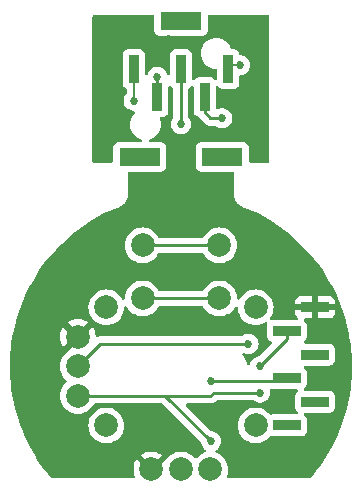
<source format=gbr>
%TF.GenerationSoftware,KiCad,Pcbnew,6.0.1-79c1e3a40b~116~ubuntu20.04.1*%
%TF.CreationDate,2022-02-08T16:17:55-05:00*%
%TF.ProjectId,gameKey-PCB-ThumbCluster,67616d65-4b65-4792-9d50-43422d546875,rev?*%
%TF.SameCoordinates,Original*%
%TF.FileFunction,Copper,L2,Bot*%
%TF.FilePolarity,Positive*%
%FSLAX46Y46*%
G04 Gerber Fmt 4.6, Leading zero omitted, Abs format (unit mm)*
G04 Created by KiCad (PCBNEW 6.0.1-79c1e3a40b~116~ubuntu20.04.1) date 2022-02-08 16:17:55*
%MOMM*%
%LPD*%
G01*
G04 APERTURE LIST*
%TA.AperFunction,WasherPad*%
%ADD10R,3.500000X1.500000*%
%TD*%
%TA.AperFunction,WasherPad*%
%ADD11C,2.000000*%
%TD*%
%TA.AperFunction,ComponentPad*%
%ADD12C,2.000000*%
%TD*%
%TA.AperFunction,SMDPad,CuDef*%
%ADD13R,0.850000X2.350000*%
%TD*%
%TA.AperFunction,SMDPad,CuDef*%
%ADD14R,2.350000X0.850000*%
%TD*%
%TA.AperFunction,ViaPad*%
%ADD15C,0.685800*%
%TD*%
%TA.AperFunction,Conductor*%
%ADD16C,0.254000*%
%TD*%
%TA.AperFunction,Conductor*%
%ADD17C,0.200000*%
%TD*%
G04 APERTURE END LIST*
D10*
%TO.P,NS1,*%
%TO.N,*%
X3500000Y17750000D03*
X-3500000Y17750000D03*
X0Y29250000D03*
%TD*%
D11*
%TO.P,JS0,*%
%TO.N,*%
X6325000Y-5000000D03*
X-6325000Y-5000000D03*
X-6325000Y5000000D03*
X6325000Y5000000D03*
D12*
%TO.P,JS0,1,GND*%
%TO.N,GND*%
X-2500000Y-8730000D03*
X-8730000Y2500000D03*
%TO.P,JS0,2,VCC*%
%TO.N,VCC*%
X2500000Y-8730000D03*
X-8730000Y-2500000D03*
%TO.P,JS0,3,RY*%
%TO.N,/JX*%
X-8730000Y0D03*
%TO.P,JS0,4,RX*%
%TO.N,/JY*%
X0Y-8730000D03*
%TO.P,JS0,5,SW-A*%
%TO.N,/JB*%
X3250000Y5750000D03*
X-3250000Y5750000D03*
%TO.P,JS0,6,SW-B*%
%TO.N,/JC*%
X3250000Y10250000D03*
X-3250000Y10250000D03*
%TD*%
D13*
%TO.P,J1,1,Pin_1*%
%TO.N,/NP*%
X-4000000Y25175000D03*
%TO.P,J1,2,Pin_2*%
%TO.N,/NW*%
X-2000000Y22825000D03*
%TO.P,J1,3,Pin_3*%
%TO.N,/NS*%
X0Y25175000D03*
%TO.P,J1,4,Pin_4*%
%TO.N,/NE*%
X2000000Y22825000D03*
%TO.P,J1,5,Pin_5*%
%TO.N,/NN*%
X4000000Y25175000D03*
%TD*%
D14*
%TO.P,J0,1,Pin_1*%
%TO.N,GND*%
X11335000Y5000000D03*
%TO.P,J0,2,Pin_2*%
%TO.N,VCC*%
X8985000Y3000000D03*
%TO.P,J0,3,Pin_3*%
%TO.N,/JX*%
X11335000Y1000000D03*
%TO.P,J0,4,Pin_4*%
%TO.N,/JY*%
X8985000Y-1000000D03*
%TO.P,J0,5,Pin_5*%
%TO.N,/JB*%
X11335000Y-3000000D03*
%TO.P,J0,6,Pin_6*%
%TO.N,/JC*%
X8985000Y-5000000D03*
%TD*%
D15*
%TO.N,GND*%
X-9525000Y8890000D03*
X-1000000Y27750000D03*
X6350000Y12065000D03*
X9525000Y-6985000D03*
X0Y18250000D03*
X-9525000Y-6985000D03*
X8890000Y8255000D03*
%TO.N,/JB*%
X11335000Y-3000000D03*
%TO.N,VCC*%
X2540000Y-6350000D03*
X6667500Y-2222500D03*
X6667500Y0D03*
%TO.N,/JY*%
X2540000Y-1270000D03*
%TO.N,/JX*%
X11335000Y1000000D03*
X5715000Y1905000D03*
%TO.N,/JC*%
X8985000Y-5000000D03*
%TO.N,/NP*%
X-4000000Y22500000D03*
%TO.N,/NW*%
X-2000000Y24500000D03*
%TO.N,/NS*%
X0Y20500000D03*
%TO.N,/NE*%
X3500000Y21000000D03*
%TO.N,/NN*%
X5000000Y25500000D03*
%TD*%
D16*
%TO.N,/JB*%
X-3250000Y5750000D02*
X3250000Y5750000D01*
%TO.N,VCC*%
X8985000Y2317500D02*
X6667500Y0D01*
X2777500Y-2222500D02*
X6667500Y-2222500D01*
X-1310000Y-2500000D02*
X2500000Y-2500000D01*
X-1310000Y-2500000D02*
X2540000Y-6350000D01*
X8985000Y3000000D02*
X8985000Y2317500D01*
X-8730000Y-2500000D02*
X-1310000Y-2500000D01*
X2500000Y-2500000D02*
X2777500Y-2222500D01*
%TO.N,/JY*%
X2540000Y-1270000D02*
X8715000Y-1270000D01*
X8715000Y-1270000D02*
X8985000Y-1000000D01*
%TO.N,/JX*%
X-8730000Y0D02*
X-6825000Y1905000D01*
X-6825000Y1905000D02*
X5715000Y1905000D01*
%TO.N,/JC*%
X-3250000Y10250000D02*
X3250000Y10250000D01*
D17*
%TO.N,/NP*%
X-4000000Y22500000D02*
X-4000000Y25175000D01*
D16*
%TO.N,/NW*%
X-2000000Y24500000D02*
X-2000000Y22825000D01*
%TO.N,/NS*%
X0Y20500000D02*
X0Y25175000D01*
%TO.N,/NE*%
X2000000Y21500000D02*
X2000000Y22825000D01*
X3500000Y21000000D02*
X2500000Y21000000D01*
X2500000Y21000000D02*
X2000000Y21500000D01*
D17*
%TO.N,/NN*%
X4325000Y25500000D02*
X4000000Y25175000D01*
X5000000Y25500000D02*
X4325000Y25500000D01*
%TD*%
%TA.AperFunction,Conductor*%
%TO.N,GND*%
G36*
X-2316379Y29721999D02*
G01*
X-2269886Y29668343D01*
X-2258500Y29616001D01*
X-2258500Y28451866D01*
X-2251745Y28389684D01*
X-2200615Y28253295D01*
X-2113261Y28136739D01*
X-1996705Y28049385D01*
X-1860316Y27998255D01*
X-1798134Y27991500D01*
X1798134Y27991500D01*
X1860316Y27998255D01*
X1996705Y28049385D01*
X2113261Y28136739D01*
X2200615Y28253295D01*
X2251745Y28389684D01*
X2258500Y28451866D01*
X2258500Y29616001D01*
X2278502Y29684122D01*
X2332158Y29730615D01*
X2384500Y29742001D01*
X7366001Y29742001D01*
X7434122Y29721999D01*
X7480615Y29668343D01*
X7492001Y29616001D01*
X7492001Y17384001D01*
X7471999Y17315880D01*
X7418343Y17269387D01*
X7366001Y17258001D01*
X5884500Y17258001D01*
X5816379Y17278003D01*
X5769886Y17331659D01*
X5758500Y17384001D01*
X5758500Y18548134D01*
X5751745Y18610316D01*
X5700615Y18746705D01*
X5613261Y18863261D01*
X5496705Y18950615D01*
X5360316Y19001745D01*
X5298134Y19008500D01*
X1701866Y19008500D01*
X1639684Y19001745D01*
X1503295Y18950615D01*
X1386739Y18863261D01*
X1299385Y18746705D01*
X1248255Y18610316D01*
X1241500Y18548134D01*
X1241500Y16951866D01*
X1248255Y16889684D01*
X1299385Y16753295D01*
X1386739Y16636739D01*
X1503295Y16549385D01*
X1639684Y16498255D01*
X1701866Y16491500D01*
X4371774Y16491500D01*
X4439895Y16471498D01*
X4486388Y16417842D01*
X4497295Y16354519D01*
X4492196Y16296234D01*
X4490929Y16286310D01*
X4486930Y16262541D01*
X4486777Y16250002D01*
X4488566Y16237510D01*
X4490728Y16222414D01*
X4492001Y16204551D01*
X4492001Y14544584D01*
X4490255Y14523680D01*
X4486930Y14503916D01*
X4486777Y14491377D01*
X4487466Y14486568D01*
X4487466Y14486565D01*
X4489750Y14470621D01*
X4490554Y14463616D01*
X4503183Y14317619D01*
X4504576Y14312360D01*
X4504576Y14312358D01*
X4546436Y14154282D01*
X4546437Y14154278D01*
X4547829Y14149023D01*
X4550105Y14144080D01*
X4550105Y14144079D01*
X4568908Y14103236D01*
X4620764Y13990598D01*
X4719821Y13847051D01*
X4723624Y13843181D01*
X4723626Y13843178D01*
X4838245Y13726525D01*
X4838249Y13726522D01*
X4842056Y13722647D01*
X4983839Y13621082D01*
X5070237Y13579450D01*
X5099541Y13565329D01*
X5108474Y13560574D01*
X5128800Y13548680D01*
X5134386Y13546481D01*
X5134622Y13546347D01*
X5134887Y13546284D01*
X5140469Y13544087D01*
X5145215Y13543023D01*
X5145216Y13543023D01*
X5160654Y13539563D01*
X5180795Y13533237D01*
X5187880Y13530339D01*
X5823284Y13270460D01*
X5829167Y13267877D01*
X6492151Y12956378D01*
X6497894Y12953498D01*
X7144109Y12608625D01*
X7149698Y12605457D01*
X7777518Y12228080D01*
X7782938Y12224631D01*
X8390693Y11815752D01*
X8395931Y11812031D01*
X8982074Y11372690D01*
X8987114Y11368707D01*
X9550076Y10900082D01*
X9554908Y10895847D01*
X10093273Y10399115D01*
X10097882Y10394639D01*
X10610206Y9871132D01*
X10614581Y9866428D01*
X11099571Y9317471D01*
X11103701Y9312549D01*
X11560074Y8739590D01*
X11563947Y8734464D01*
X11990528Y8138978D01*
X11994135Y8133662D01*
X12389800Y7517220D01*
X12393131Y7511727D01*
X12728701Y6925142D01*
X12756862Y6875915D01*
X12759909Y6870259D01*
X13090757Y6216736D01*
X13093512Y6210931D01*
X13390625Y5541378D01*
X13393080Y5535442D01*
X13655671Y4851638D01*
X13657821Y4845583D01*
X13885220Y4149265D01*
X13887058Y4143109D01*
X14078665Y3436118D01*
X14080187Y3429877D01*
X14235511Y2714028D01*
X14236713Y2707716D01*
X14355348Y1984874D01*
X14356226Y1978510D01*
X14367973Y1873765D01*
X14419108Y1417789D01*
X14437859Y1250581D01*
X14438412Y1244186D01*
X14452871Y1006198D01*
X14482836Y513024D01*
X14483062Y506604D01*
X14483392Y472540D01*
X14490128Y-222607D01*
X14490159Y-225852D01*
X14490058Y-232266D01*
X14461799Y-916074D01*
X14459811Y-964168D01*
X14459383Y-970559D01*
X14428125Y-1308262D01*
X14391868Y-1699959D01*
X14391113Y-1706339D01*
X14362378Y-1905500D01*
X14300163Y-2336703D01*
X14286507Y-2431349D01*
X14285429Y-2437668D01*
X14147732Y-3137459D01*
X14144011Y-3156371D01*
X14142613Y-3162633D01*
X14128887Y-3217468D01*
X13964730Y-3873248D01*
X13963011Y-3879438D01*
X13749151Y-4580017D01*
X13747130Y-4586082D01*
X13497810Y-5274928D01*
X13495500Y-5280835D01*
X13211409Y-5956039D01*
X13208772Y-5961886D01*
X12935829Y-6527991D01*
X12890640Y-6621716D01*
X12887705Y-6627426D01*
X12554430Y-7237115D01*
X12536359Y-7270173D01*
X12533149Y-7275706D01*
X12149474Y-7899747D01*
X12145983Y-7905113D01*
X11731033Y-8508734D01*
X11727260Y-8513934D01*
X11282069Y-9095637D01*
X11278036Y-9100637D01*
X10983295Y-9447577D01*
X10923947Y-9486543D01*
X10887269Y-9491999D01*
X4005731Y-9491999D01*
X3937610Y-9471997D01*
X3891117Y-9418341D01*
X3881013Y-9348067D01*
X3889322Y-9317781D01*
X3937211Y-9202167D01*
X3937212Y-9202165D01*
X3939105Y-9197594D01*
X3962382Y-9100637D01*
X3993380Y-8971524D01*
X3993381Y-8971518D01*
X3994535Y-8966711D01*
X4013165Y-8730000D01*
X3994535Y-8493289D01*
X3939105Y-8262406D01*
X3937211Y-8257833D01*
X3850135Y-8047611D01*
X3850133Y-8047607D01*
X3848240Y-8043037D01*
X3763720Y-7905113D01*
X3726759Y-7844798D01*
X3726755Y-7844792D01*
X3724176Y-7840584D01*
X3569969Y-7660031D01*
X3389416Y-7505824D01*
X3385208Y-7503245D01*
X3385202Y-7503241D01*
X3191183Y-7384346D01*
X3186963Y-7381760D01*
X3182393Y-7379867D01*
X3182389Y-7379865D01*
X3097034Y-7344510D01*
X3000860Y-7304674D01*
X2945580Y-7260127D01*
X2923159Y-7192764D01*
X2940717Y-7123972D01*
X2975018Y-7086330D01*
X3019412Y-7054076D01*
X3112836Y-6986199D01*
X3232591Y-6853197D01*
X3322077Y-6698203D01*
X3377382Y-6527991D01*
X3380899Y-6494535D01*
X3395400Y-6356565D01*
X3396090Y-6350000D01*
X3377382Y-6172009D01*
X3322077Y-6001797D01*
X3232591Y-5846803D01*
X3173954Y-5781679D01*
X3117258Y-5718712D01*
X3117257Y-5718711D01*
X3112836Y-5713801D01*
X3069602Y-5682389D01*
X2973387Y-5612485D01*
X2973386Y-5612484D01*
X2968045Y-5608604D01*
X2962017Y-5605920D01*
X2962015Y-5605919D01*
X2810577Y-5538495D01*
X2810576Y-5538495D01*
X2804546Y-5535810D01*
X2629486Y-5498600D01*
X2626347Y-5498600D01*
X2561878Y-5472079D01*
X2551607Y-5462874D01*
X439328Y-3350595D01*
X405302Y-3288283D01*
X410367Y-3217468D01*
X452914Y-3160632D01*
X519434Y-3135821D01*
X528423Y-3135500D01*
X2420980Y-3135500D01*
X2432214Y-3136030D01*
X2439719Y-3137708D01*
X2508012Y-3135562D01*
X2511969Y-3135500D01*
X2539983Y-3135500D01*
X2543908Y-3135004D01*
X2543909Y-3135004D01*
X2544004Y-3134992D01*
X2555849Y-3134059D01*
X2585670Y-3133122D01*
X2592282Y-3132914D01*
X2592283Y-3132914D01*
X2600205Y-3132665D01*
X2619749Y-3126987D01*
X2639112Y-3122977D01*
X2651440Y-3121420D01*
X2651442Y-3121420D01*
X2659299Y-3120427D01*
X2666663Y-3117511D01*
X2666668Y-3117510D01*
X2700556Y-3104093D01*
X2711785Y-3100248D01*
X2728465Y-3095402D01*
X2754393Y-3087869D01*
X2761220Y-3083831D01*
X2761223Y-3083830D01*
X2771906Y-3077512D01*
X2789664Y-3068812D01*
X2801215Y-3064239D01*
X2801221Y-3064235D01*
X2808588Y-3061319D01*
X2844491Y-3035234D01*
X2854410Y-3028719D01*
X2885768Y-3010174D01*
X2885772Y-3010171D01*
X2892598Y-3006134D01*
X2906982Y-2991750D01*
X2922016Y-2978909D01*
X2932073Y-2971602D01*
X2938487Y-2966942D01*
X2944218Y-2960015D01*
X2966777Y-2932745D01*
X2974767Y-2923965D01*
X3003827Y-2894905D01*
X3066139Y-2860879D01*
X3092922Y-2858000D01*
X6052762Y-2858000D01*
X6120883Y-2878002D01*
X6126823Y-2882064D01*
X6239455Y-2963896D01*
X6245483Y-2966580D01*
X6245485Y-2966581D01*
X6396923Y-3034005D01*
X6402954Y-3036690D01*
X6490484Y-3055295D01*
X6571557Y-3072528D01*
X6571561Y-3072528D01*
X6578014Y-3073900D01*
X6756986Y-3073900D01*
X6763439Y-3072528D01*
X6763443Y-3072528D01*
X6844516Y-3055295D01*
X6932046Y-3036690D01*
X6938077Y-3034005D01*
X7089515Y-2966581D01*
X7089517Y-2966580D01*
X7095545Y-2963896D01*
X7144716Y-2928171D01*
X7234992Y-2862582D01*
X7234994Y-2862580D01*
X7240336Y-2858699D01*
X7270070Y-2825676D01*
X7355672Y-2730605D01*
X7355673Y-2730604D01*
X7360091Y-2725697D01*
X7449577Y-2570703D01*
X7504882Y-2400491D01*
X7523590Y-2222500D01*
X7513844Y-2129771D01*
X7505311Y-2048588D01*
X7518083Y-1978749D01*
X7566585Y-1926903D01*
X7635418Y-1909508D01*
X7674848Y-1917434D01*
X7699684Y-1926745D01*
X7707532Y-1927598D01*
X7707534Y-1927598D01*
X7758469Y-1933131D01*
X7761866Y-1933500D01*
X9789774Y-1933500D01*
X9857895Y-1953502D01*
X9904388Y-2007158D01*
X9914492Y-2077432D01*
X9884998Y-2142012D01*
X9865339Y-2160326D01*
X9796739Y-2211739D01*
X9709385Y-2328295D01*
X9658255Y-2464684D01*
X9651500Y-2526866D01*
X9651500Y-3473134D01*
X9658255Y-3535316D01*
X9709385Y-3671705D01*
X9796739Y-3788261D01*
X9803919Y-3793642D01*
X9803920Y-3793643D01*
X9865339Y-3839674D01*
X9907854Y-3896533D01*
X9912880Y-3967352D01*
X9878820Y-4029645D01*
X9816489Y-4063635D01*
X9789774Y-4066500D01*
X7761866Y-4066500D01*
X7699684Y-4073255D01*
X7692288Y-4076027D01*
X7692282Y-4076029D01*
X7644217Y-4094048D01*
X7573410Y-4099231D01*
X7511041Y-4065310D01*
X7504177Y-4057897D01*
X7398177Y-3933787D01*
X7394969Y-3930031D01*
X7214416Y-3775824D01*
X7210208Y-3773245D01*
X7210202Y-3773241D01*
X7016183Y-3654346D01*
X7011963Y-3651760D01*
X7007393Y-3649867D01*
X7007389Y-3649865D01*
X6797167Y-3562789D01*
X6797165Y-3562788D01*
X6792594Y-3560895D01*
X6686050Y-3535316D01*
X6566524Y-3506620D01*
X6566518Y-3506619D01*
X6561711Y-3505465D01*
X6325000Y-3486835D01*
X6088289Y-3505465D01*
X6083482Y-3506619D01*
X6083476Y-3506620D01*
X5963950Y-3535316D01*
X5857406Y-3560895D01*
X5852835Y-3562788D01*
X5852833Y-3562789D01*
X5642611Y-3649865D01*
X5642607Y-3649867D01*
X5638037Y-3651760D01*
X5633817Y-3654346D01*
X5439798Y-3773241D01*
X5439792Y-3773245D01*
X5435584Y-3775824D01*
X5255031Y-3930031D01*
X5100824Y-4110584D01*
X5098245Y-4114792D01*
X5098241Y-4114798D01*
X5034436Y-4218919D01*
X4976760Y-4313037D01*
X4974867Y-4317607D01*
X4974865Y-4317611D01*
X4970440Y-4328295D01*
X4885895Y-4532406D01*
X4830465Y-4763289D01*
X4811835Y-5000000D01*
X4830465Y-5236711D01*
X4831619Y-5241518D01*
X4831620Y-5241524D01*
X4841063Y-5280856D01*
X4885895Y-5467594D01*
X4887788Y-5472165D01*
X4887789Y-5472167D01*
X4943191Y-5605919D01*
X4976760Y-5686963D01*
X4979346Y-5691183D01*
X5098241Y-5885202D01*
X5098245Y-5885208D01*
X5100824Y-5889416D01*
X5255031Y-6069969D01*
X5435584Y-6224176D01*
X5439792Y-6226755D01*
X5439798Y-6226759D01*
X5630196Y-6343435D01*
X5638037Y-6348240D01*
X5642607Y-6350133D01*
X5642611Y-6350135D01*
X5831588Y-6428411D01*
X5857406Y-6439105D01*
X5937609Y-6458360D01*
X6083476Y-6493380D01*
X6083482Y-6493381D01*
X6088289Y-6494535D01*
X6325000Y-6513165D01*
X6561711Y-6494535D01*
X6566518Y-6493381D01*
X6566524Y-6493380D01*
X6712391Y-6458360D01*
X6792594Y-6439105D01*
X6818412Y-6428411D01*
X7007389Y-6350135D01*
X7007393Y-6350133D01*
X7011963Y-6348240D01*
X7019804Y-6343435D01*
X7210202Y-6226759D01*
X7210208Y-6226755D01*
X7214416Y-6224176D01*
X7394969Y-6069969D01*
X7504177Y-5942103D01*
X7563627Y-5903294D01*
X7634622Y-5902788D01*
X7644217Y-5905952D01*
X7692282Y-5923971D01*
X7692288Y-5923973D01*
X7699684Y-5926745D01*
X7761866Y-5933500D01*
X10208134Y-5933500D01*
X10270316Y-5926745D01*
X10406705Y-5875615D01*
X10523261Y-5788261D01*
X10610615Y-5671705D01*
X10661745Y-5535316D01*
X10668500Y-5473134D01*
X10668500Y-4526866D01*
X10661745Y-4464684D01*
X10610615Y-4328295D01*
X10523261Y-4211739D01*
X10454661Y-4160326D01*
X10412146Y-4103467D01*
X10407120Y-4032648D01*
X10441180Y-3970355D01*
X10503511Y-3936365D01*
X10530226Y-3933500D01*
X12558134Y-3933500D01*
X12620316Y-3926745D01*
X12756705Y-3875615D01*
X12873261Y-3788261D01*
X12960615Y-3671705D01*
X13011745Y-3535316D01*
X13018500Y-3473134D01*
X13018500Y-2526866D01*
X13011745Y-2464684D01*
X12960615Y-2328295D01*
X12873261Y-2211739D01*
X12756705Y-2124385D01*
X12620316Y-2073255D01*
X12558134Y-2066500D01*
X10530226Y-2066500D01*
X10462105Y-2046498D01*
X10415612Y-1992842D01*
X10405508Y-1922568D01*
X10435002Y-1857988D01*
X10454661Y-1839674D01*
X10516080Y-1793643D01*
X10516081Y-1793642D01*
X10523261Y-1788261D01*
X10610615Y-1671705D01*
X10661745Y-1535316D01*
X10668500Y-1473134D01*
X10668500Y-526866D01*
X10661745Y-464684D01*
X10610615Y-328295D01*
X10523261Y-211739D01*
X10454661Y-160326D01*
X10412146Y-103467D01*
X10407120Y-32648D01*
X10441180Y29645D01*
X10503511Y63635D01*
X10530226Y66500D01*
X12558134Y66500D01*
X12620316Y73255D01*
X12756705Y124385D01*
X12873261Y211739D01*
X12960615Y328295D01*
X13011745Y464684D01*
X13018500Y526866D01*
X13018500Y1473134D01*
X13011745Y1535316D01*
X12960615Y1671705D01*
X12873261Y1788261D01*
X12756705Y1875615D01*
X12620316Y1926745D01*
X12558134Y1933500D01*
X10530226Y1933500D01*
X10462105Y1953502D01*
X10415612Y2007158D01*
X10405508Y2077432D01*
X10435002Y2142012D01*
X10454661Y2160326D01*
X10516080Y2206357D01*
X10516081Y2206358D01*
X10523261Y2211739D01*
X10610615Y2328295D01*
X10661745Y2464684D01*
X10668500Y2526866D01*
X10668500Y3473134D01*
X10661745Y3535316D01*
X10610615Y3671705D01*
X10523261Y3788261D01*
X10453994Y3840174D01*
X10411479Y3897033D01*
X10406453Y3967852D01*
X10440513Y4030145D01*
X10502845Y4064135D01*
X10529559Y4067000D01*
X11062885Y4067000D01*
X11078124Y4071475D01*
X11079329Y4072865D01*
X11081000Y4080548D01*
X11081000Y4085116D01*
X11589000Y4085116D01*
X11593475Y4069877D01*
X11594865Y4068672D01*
X11602548Y4067001D01*
X12554669Y4067001D01*
X12561490Y4067371D01*
X12612352Y4072895D01*
X12627604Y4076521D01*
X12748054Y4121676D01*
X12763649Y4130214D01*
X12865724Y4206715D01*
X12878285Y4219276D01*
X12954786Y4321351D01*
X12963324Y4336946D01*
X13008478Y4457394D01*
X13012105Y4472649D01*
X13017631Y4523514D01*
X13018000Y4530328D01*
X13018000Y4727885D01*
X13013525Y4743124D01*
X13012135Y4744329D01*
X13004452Y4746000D01*
X11607115Y4746000D01*
X11591876Y4741525D01*
X11590671Y4740135D01*
X11589000Y4732452D01*
X11589000Y4085116D01*
X11081000Y4085116D01*
X11081000Y4727885D01*
X11076525Y4743124D01*
X11075135Y4744329D01*
X11067452Y4746000D01*
X9670116Y4746000D01*
X9654877Y4741525D01*
X9653672Y4740135D01*
X9652001Y4732452D01*
X9652001Y4530331D01*
X9652371Y4523510D01*
X9657895Y4472648D01*
X9661521Y4457396D01*
X9706676Y4336946D01*
X9715214Y4321351D01*
X9791715Y4219276D01*
X9804276Y4206715D01*
X9866173Y4160326D01*
X9908688Y4103467D01*
X9913714Y4032649D01*
X9879654Y3970355D01*
X9817323Y3936365D01*
X9790608Y3933500D01*
X7761866Y3933500D01*
X7699684Y3926745D01*
X7692289Y3923973D01*
X7685935Y3922462D01*
X7615035Y3926165D01*
X7557392Y3967611D01*
X7531307Y4033642D01*
X7545062Y4103293D01*
X7549358Y4110880D01*
X7670649Y4308807D01*
X7670655Y4308818D01*
X7673240Y4313037D01*
X7683144Y4336946D01*
X7762211Y4527833D01*
X7762212Y4527835D01*
X7764105Y4532406D01*
X7783360Y4612609D01*
X7818380Y4758476D01*
X7818381Y4758482D01*
X7819535Y4763289D01*
X7838165Y5000000D01*
X7819535Y5236711D01*
X7815385Y5254000D01*
X7811036Y5272115D01*
X9652000Y5272115D01*
X9656475Y5256876D01*
X9657865Y5255671D01*
X9665548Y5254000D01*
X11062885Y5254000D01*
X11078124Y5258475D01*
X11079329Y5259865D01*
X11081000Y5267548D01*
X11081000Y5272115D01*
X11589000Y5272115D01*
X11593475Y5256876D01*
X11594865Y5255671D01*
X11602548Y5254000D01*
X12999884Y5254000D01*
X13015123Y5258475D01*
X13016328Y5259865D01*
X13017999Y5267548D01*
X13017999Y5469669D01*
X13017629Y5476490D01*
X13012105Y5527352D01*
X13008479Y5542604D01*
X12963324Y5663054D01*
X12954786Y5678649D01*
X12878285Y5780724D01*
X12865724Y5793285D01*
X12763649Y5869786D01*
X12748054Y5878324D01*
X12627606Y5923478D01*
X12612351Y5927105D01*
X12561486Y5932631D01*
X12554672Y5933000D01*
X11607115Y5933000D01*
X11591876Y5928525D01*
X11590671Y5927135D01*
X11589000Y5919452D01*
X11589000Y5272115D01*
X11081000Y5272115D01*
X11081000Y5914884D01*
X11076525Y5930123D01*
X11075135Y5931328D01*
X11067452Y5932999D01*
X10115331Y5932999D01*
X10108510Y5932629D01*
X10057648Y5927105D01*
X10042396Y5923479D01*
X9921946Y5878324D01*
X9906351Y5869786D01*
X9804276Y5793285D01*
X9791715Y5780724D01*
X9715214Y5678649D01*
X9706676Y5663054D01*
X9661522Y5542606D01*
X9657895Y5527351D01*
X9652369Y5476486D01*
X9652000Y5469672D01*
X9652000Y5272115D01*
X7811036Y5272115D01*
X7765260Y5462782D01*
X7764105Y5467594D01*
X7733034Y5542606D01*
X7675135Y5682389D01*
X7675133Y5682393D01*
X7673240Y5686963D01*
X7634611Y5750000D01*
X7551759Y5885202D01*
X7551755Y5885208D01*
X7549176Y5889416D01*
X7394969Y6069969D01*
X7214416Y6224176D01*
X7210208Y6226755D01*
X7210202Y6226759D01*
X7016183Y6345654D01*
X7011963Y6348240D01*
X7007393Y6350133D01*
X7007389Y6350135D01*
X6797167Y6437211D01*
X6797165Y6437212D01*
X6792594Y6439105D01*
X6712391Y6458360D01*
X6566524Y6493380D01*
X6566518Y6493381D01*
X6561711Y6494535D01*
X6325000Y6513165D01*
X6088289Y6494535D01*
X6083482Y6493381D01*
X6083476Y6493380D01*
X5937609Y6458360D01*
X5857406Y6439105D01*
X5852835Y6437212D01*
X5852833Y6437211D01*
X5642611Y6350135D01*
X5642607Y6350133D01*
X5638037Y6348240D01*
X5633817Y6345654D01*
X5439798Y6226759D01*
X5439792Y6226755D01*
X5435584Y6224176D01*
X5255031Y6069969D01*
X5100824Y5889416D01*
X5098242Y5885202D01*
X4994491Y5715897D01*
X4941843Y5668266D01*
X4871801Y5656659D01*
X4806604Y5684762D01*
X4766950Y5743653D01*
X4761446Y5771846D01*
X4750188Y5914884D01*
X4744535Y5986711D01*
X4725449Y6066213D01*
X4708360Y6137391D01*
X4689105Y6217594D01*
X4685309Y6226759D01*
X4600135Y6432389D01*
X4600133Y6432393D01*
X4598240Y6436963D01*
X4592907Y6445665D01*
X4476759Y6635202D01*
X4476755Y6635208D01*
X4474176Y6639416D01*
X4319969Y6819969D01*
X4139416Y6974176D01*
X4135208Y6976755D01*
X4135202Y6976759D01*
X3941183Y7095654D01*
X3936963Y7098240D01*
X3932393Y7100133D01*
X3932389Y7100135D01*
X3722167Y7187211D01*
X3722165Y7187212D01*
X3717594Y7189105D01*
X3637391Y7208360D01*
X3491524Y7243380D01*
X3491518Y7243381D01*
X3486711Y7244535D01*
X3250000Y7263165D01*
X3013289Y7244535D01*
X3008482Y7243381D01*
X3008476Y7243380D01*
X2862609Y7208360D01*
X2782406Y7189105D01*
X2777835Y7187212D01*
X2777833Y7187211D01*
X2567611Y7100135D01*
X2567607Y7100133D01*
X2563037Y7098240D01*
X2558817Y7095654D01*
X2364798Y6976759D01*
X2364792Y6976755D01*
X2360584Y6974176D01*
X2180031Y6819969D01*
X2025824Y6639416D01*
X1937041Y6494535D01*
X1907093Y6445665D01*
X1854445Y6398034D01*
X1799660Y6385500D01*
X-1799660Y6385500D01*
X-1867781Y6405502D01*
X-1907093Y6445665D01*
X-1937040Y6494535D01*
X-2025824Y6639416D01*
X-2180031Y6819969D01*
X-2360584Y6974176D01*
X-2364792Y6976755D01*
X-2364798Y6976759D01*
X-2558817Y7095654D01*
X-2563037Y7098240D01*
X-2567607Y7100133D01*
X-2567611Y7100135D01*
X-2777833Y7187211D01*
X-2777835Y7187212D01*
X-2782406Y7189105D01*
X-2862609Y7208360D01*
X-3008476Y7243380D01*
X-3008482Y7243381D01*
X-3013289Y7244535D01*
X-3250000Y7263165D01*
X-3486711Y7244535D01*
X-3491518Y7243381D01*
X-3491524Y7243380D01*
X-3637391Y7208360D01*
X-3717594Y7189105D01*
X-3722165Y7187212D01*
X-3722167Y7187211D01*
X-3932389Y7100135D01*
X-3932393Y7100133D01*
X-3936963Y7098240D01*
X-3941183Y7095654D01*
X-4135202Y6976759D01*
X-4135208Y6976755D01*
X-4139416Y6974176D01*
X-4319969Y6819969D01*
X-4474176Y6639416D01*
X-4476755Y6635208D01*
X-4476759Y6635202D01*
X-4592907Y6445665D01*
X-4598240Y6436963D01*
X-4600133Y6432393D01*
X-4600135Y6432389D01*
X-4685309Y6226759D01*
X-4689105Y6217594D01*
X-4708360Y6137391D01*
X-4725448Y6066213D01*
X-4744535Y5986711D01*
X-4750188Y5914884D01*
X-4761446Y5771846D01*
X-4786732Y5705504D01*
X-4843870Y5663365D01*
X-4914720Y5658806D01*
X-4976788Y5693275D01*
X-4994491Y5715897D01*
X-5098242Y5885202D01*
X-5100824Y5889416D01*
X-5255031Y6069969D01*
X-5435584Y6224176D01*
X-5439792Y6226755D01*
X-5439798Y6226759D01*
X-5633817Y6345654D01*
X-5638037Y6348240D01*
X-5642607Y6350133D01*
X-5642611Y6350135D01*
X-5852833Y6437211D01*
X-5852835Y6437212D01*
X-5857406Y6439105D01*
X-5937609Y6458360D01*
X-6083476Y6493380D01*
X-6083482Y6493381D01*
X-6088289Y6494535D01*
X-6325000Y6513165D01*
X-6561711Y6494535D01*
X-6566518Y6493381D01*
X-6566524Y6493380D01*
X-6712391Y6458360D01*
X-6792594Y6439105D01*
X-6797165Y6437212D01*
X-6797167Y6437211D01*
X-7007389Y6350135D01*
X-7007393Y6350133D01*
X-7011963Y6348240D01*
X-7016183Y6345654D01*
X-7210202Y6226759D01*
X-7210208Y6226755D01*
X-7214416Y6224176D01*
X-7394969Y6069969D01*
X-7549176Y5889416D01*
X-7551755Y5885208D01*
X-7551759Y5885202D01*
X-7634611Y5750000D01*
X-7673240Y5686963D01*
X-7675133Y5682393D01*
X-7675135Y5682389D01*
X-7733034Y5542606D01*
X-7764105Y5467594D01*
X-7765260Y5462782D01*
X-7815384Y5254000D01*
X-7819535Y5236711D01*
X-7838165Y5000000D01*
X-7819535Y4763289D01*
X-7818381Y4758482D01*
X-7818380Y4758476D01*
X-7783360Y4612609D01*
X-7764105Y4532406D01*
X-7762212Y4527835D01*
X-7762211Y4527833D01*
X-7683143Y4336946D01*
X-7673240Y4313037D01*
X-7670654Y4308817D01*
X-7551759Y4114798D01*
X-7551755Y4114792D01*
X-7549176Y4110584D01*
X-7394969Y3930031D01*
X-7214416Y3775824D01*
X-7210208Y3773245D01*
X-7210202Y3773241D01*
X-7056237Y3678891D01*
X-7011963Y3651760D01*
X-7007393Y3649867D01*
X-7007389Y3649865D01*
X-6893538Y3602707D01*
X-6792594Y3560895D01*
X-6716894Y3542721D01*
X-6566524Y3506620D01*
X-6566518Y3506619D01*
X-6561711Y3505465D01*
X-6325000Y3486835D01*
X-6088289Y3505465D01*
X-6083482Y3506619D01*
X-6083476Y3506620D01*
X-5933106Y3542721D01*
X-5857406Y3560895D01*
X-5756462Y3602707D01*
X-5642611Y3649865D01*
X-5642607Y3649867D01*
X-5638037Y3651760D01*
X-5593763Y3678891D01*
X-5439798Y3773241D01*
X-5439792Y3773245D01*
X-5435584Y3775824D01*
X-5255031Y3930031D01*
X-5100824Y4110584D01*
X-5098245Y4114792D01*
X-5098241Y4114798D01*
X-4979346Y4308817D01*
X-4976760Y4313037D01*
X-4966856Y4336946D01*
X-4887789Y4527833D01*
X-4887788Y4527835D01*
X-4885895Y4532406D01*
X-4866640Y4612609D01*
X-4831620Y4758476D01*
X-4831619Y4758482D01*
X-4830465Y4763289D01*
X-4813554Y4978154D01*
X-4788268Y5044496D01*
X-4731130Y5086635D01*
X-4660280Y5091194D01*
X-4598212Y5056725D01*
X-4580510Y5034104D01*
X-4474176Y4860584D01*
X-4319969Y4680031D01*
X-4139416Y4525824D01*
X-4135208Y4523245D01*
X-4135202Y4523241D01*
X-4027749Y4457394D01*
X-3936963Y4401760D01*
X-3932393Y4399867D01*
X-3932389Y4399865D01*
X-3722167Y4312789D01*
X-3717594Y4310895D01*
X-3637391Y4291640D01*
X-3491524Y4256620D01*
X-3491518Y4256619D01*
X-3486711Y4255465D01*
X-3250000Y4236835D01*
X-3013289Y4255465D01*
X-3008482Y4256619D01*
X-3008476Y4256620D01*
X-2862609Y4291640D01*
X-2782406Y4310895D01*
X-2777833Y4312789D01*
X-2567611Y4399865D01*
X-2567607Y4399867D01*
X-2563037Y4401760D01*
X-2472251Y4457394D01*
X-2364798Y4523241D01*
X-2364792Y4523245D01*
X-2360584Y4525824D01*
X-2180031Y4680031D01*
X-2025824Y4860584D01*
X-1907092Y5054336D01*
X-1854445Y5101966D01*
X-1799660Y5114500D01*
X1799660Y5114500D01*
X1867781Y5094498D01*
X1907092Y5054336D01*
X2025824Y4860584D01*
X2180031Y4680031D01*
X2360584Y4525824D01*
X2364792Y4523245D01*
X2364798Y4523241D01*
X2472251Y4457394D01*
X2563037Y4401760D01*
X2567607Y4399867D01*
X2567611Y4399865D01*
X2777833Y4312789D01*
X2782406Y4310895D01*
X2862609Y4291640D01*
X3008476Y4256620D01*
X3008482Y4256619D01*
X3013289Y4255465D01*
X3250000Y4236835D01*
X3486711Y4255465D01*
X3491518Y4256619D01*
X3491524Y4256620D01*
X3637391Y4291640D01*
X3717594Y4310895D01*
X3722167Y4312789D01*
X3932389Y4399865D01*
X3932393Y4399867D01*
X3936963Y4401760D01*
X4027749Y4457394D01*
X4135202Y4523241D01*
X4135208Y4523245D01*
X4139416Y4525824D01*
X4319969Y4680031D01*
X4474176Y4860584D01*
X4580509Y5034103D01*
X4633157Y5081734D01*
X4703199Y5093341D01*
X4768396Y5065238D01*
X4808050Y5006347D01*
X4813554Y4978154D01*
X4830465Y4763289D01*
X4831619Y4758482D01*
X4831620Y4758476D01*
X4866640Y4612609D01*
X4885895Y4532406D01*
X4887788Y4527835D01*
X4887789Y4527833D01*
X4966857Y4336946D01*
X4976760Y4313037D01*
X4979346Y4308817D01*
X5098241Y4114798D01*
X5098245Y4114792D01*
X5100824Y4110584D01*
X5255031Y3930031D01*
X5435584Y3775824D01*
X5439792Y3773245D01*
X5439798Y3773241D01*
X5593763Y3678891D01*
X5638037Y3651760D01*
X5642607Y3649867D01*
X5642611Y3649865D01*
X5756462Y3602707D01*
X5857406Y3560895D01*
X5933106Y3542721D01*
X6083476Y3506620D01*
X6083482Y3506619D01*
X6088289Y3505465D01*
X6325000Y3486835D01*
X6561711Y3505465D01*
X6566518Y3506619D01*
X6566524Y3506620D01*
X6716894Y3542721D01*
X6792594Y3560895D01*
X6893538Y3602707D01*
X7007389Y3649865D01*
X7007393Y3649867D01*
X7011963Y3651760D01*
X7016183Y3654346D01*
X7016193Y3654351D01*
X7140842Y3730737D01*
X7209375Y3749276D01*
X7277052Y3727820D01*
X7322385Y3673181D01*
X7330982Y3602707D01*
X7324659Y3579077D01*
X7311030Y3542721D01*
X7311029Y3542715D01*
X7308255Y3535316D01*
X7301500Y3473134D01*
X7301500Y2526866D01*
X7308255Y2464684D01*
X7359385Y2328295D01*
X7446739Y2211739D01*
X7563295Y2124385D01*
X7571704Y2121233D01*
X7571705Y2121232D01*
X7619965Y2103140D01*
X7676730Y2060499D01*
X7701430Y1993937D01*
X7686223Y1924588D01*
X7664831Y1896064D01*
X6655893Y887126D01*
X6593581Y853100D01*
X6583006Y851400D01*
X6578014Y851400D01*
X6402954Y814190D01*
X6396924Y811505D01*
X6396923Y811505D01*
X6245485Y744081D01*
X6245483Y744080D01*
X6239455Y741396D01*
X6234114Y737516D01*
X6234113Y737515D01*
X6116085Y651762D01*
X6094664Y636199D01*
X6090243Y631289D01*
X6090242Y631288D01*
X5980871Y509818D01*
X5974909Y503197D01*
X5885423Y348203D01*
X5883382Y341921D01*
X5883381Y341919D01*
X5876620Y321109D01*
X5838339Y203292D01*
X5798267Y144689D01*
X5732871Y117051D01*
X5662914Y129158D01*
X5610607Y177163D01*
X5594422Y220346D01*
X5594022Y222617D01*
X5593543Y228087D01*
X5589929Y241577D01*
X5535707Y443933D01*
X5535706Y443935D01*
X5534284Y449243D01*
X5530534Y457285D01*
X5439849Y651762D01*
X5439846Y651767D01*
X5437523Y656749D01*
X5364098Y761611D01*
X5309357Y839789D01*
X5309355Y839792D01*
X5306198Y844300D01*
X5226797Y923701D01*
X5192771Y986013D01*
X5197836Y1056828D01*
X5240383Y1113664D01*
X5306903Y1138475D01*
X5367140Y1127903D01*
X5444419Y1093496D01*
X5444427Y1093493D01*
X5450454Y1090810D01*
X5533411Y1073177D01*
X5619057Y1054972D01*
X5619061Y1054972D01*
X5625514Y1053600D01*
X5804486Y1053600D01*
X5810939Y1054972D01*
X5810943Y1054972D01*
X5896589Y1073177D01*
X5979546Y1090810D01*
X5990628Y1095744D01*
X6137015Y1160919D01*
X6137017Y1160920D01*
X6143045Y1163604D01*
X6226415Y1224176D01*
X6282492Y1264918D01*
X6282494Y1264920D01*
X6287836Y1268801D01*
X6292258Y1273712D01*
X6403172Y1396895D01*
X6403173Y1396896D01*
X6407591Y1401803D01*
X6497077Y1556797D01*
X6552382Y1727009D01*
X6571090Y1905000D01*
X6570400Y1911565D01*
X6553072Y2076427D01*
X6553072Y2076428D01*
X6552382Y2082991D01*
X6497077Y2253203D01*
X6407591Y2408197D01*
X6327609Y2497027D01*
X6292258Y2536288D01*
X6292257Y2536289D01*
X6287836Y2541199D01*
X6143045Y2646396D01*
X6137017Y2649080D01*
X6137015Y2649081D01*
X5985577Y2716505D01*
X5985576Y2716505D01*
X5979546Y2719190D01*
X5892016Y2737795D01*
X5810943Y2755028D01*
X5810939Y2755028D01*
X5804486Y2756400D01*
X5625514Y2756400D01*
X5619061Y2755028D01*
X5619057Y2755028D01*
X5537984Y2737795D01*
X5450454Y2719190D01*
X5444424Y2716505D01*
X5444423Y2716505D01*
X5292985Y2649081D01*
X5292983Y2649080D01*
X5286955Y2646396D01*
X5281614Y2642516D01*
X5281613Y2642515D01*
X5174323Y2564564D01*
X5107455Y2540705D01*
X5100262Y2540500D01*
X-6745968Y2540500D01*
X-6757207Y2541030D01*
X-6764719Y2542709D01*
X-6772644Y2542460D01*
X-6772645Y2542460D01*
X-6833030Y2540562D01*
X-6836988Y2540500D01*
X-6864983Y2540500D01*
X-6868917Y2540003D01*
X-6868919Y2540003D01*
X-6869006Y2539992D01*
X-6880840Y2539060D01*
X-6925205Y2537665D01*
X-6932818Y2535453D01*
X-6932819Y2535453D01*
X-6944748Y2531987D01*
X-6964112Y2527977D01*
X-6976440Y2526420D01*
X-6976442Y2526420D01*
X-6984299Y2525427D01*
X-6991663Y2522511D01*
X-6991668Y2522510D01*
X-7025556Y2509093D01*
X-7036785Y2505248D01*
X-7065081Y2497027D01*
X-7136077Y2497229D01*
X-7195694Y2535783D01*
X-7225003Y2600448D01*
X-7225847Y2608138D01*
X-7235572Y2731699D01*
X-7237115Y2741446D01*
X-7290217Y2962627D01*
X-7293266Y2972012D01*
X-7380313Y3182163D01*
X-7384795Y3190958D01*
X-7487432Y3358445D01*
X-7497890Y3367907D01*
X-7506666Y3364124D01*
X-9591080Y1279710D01*
X-9612026Y1241352D01*
X-9640782Y1205928D01*
X-9772424Y1093495D01*
X-9799969Y1069969D01*
X-9803177Y1066213D01*
X-9812778Y1054972D01*
X-9954176Y889416D01*
X-9956755Y885208D01*
X-9956759Y885202D01*
X-10043238Y744081D01*
X-10078240Y686963D01*
X-10080133Y682393D01*
X-10080135Y682389D01*
X-10167056Y472540D01*
X-10169105Y467594D01*
X-10224535Y236711D01*
X-10243165Y0D01*
X-10224535Y-236711D01*
X-10169105Y-467594D01*
X-10167212Y-472165D01*
X-10167211Y-472167D01*
X-10100260Y-633801D01*
X-10078240Y-686963D01*
X-10075654Y-691183D01*
X-9956759Y-885202D01*
X-9956755Y-885208D01*
X-9954176Y-889416D01*
X-9799969Y-1069969D01*
X-9796213Y-1073177D01*
X-9796208Y-1073182D01*
X-9701361Y-1154189D01*
X-9662551Y-1213639D01*
X-9662045Y-1284634D01*
X-9701361Y-1345811D01*
X-9796208Y-1426818D01*
X-9796213Y-1426823D01*
X-9799969Y-1430031D01*
X-9954176Y-1610584D01*
X-9956755Y-1614792D01*
X-9956759Y-1614798D01*
X-10012855Y-1706339D01*
X-10078240Y-1813037D01*
X-10080133Y-1817607D01*
X-10080135Y-1817611D01*
X-10128137Y-1933500D01*
X-10169105Y-2032406D01*
X-10172488Y-2046498D01*
X-10214742Y-2222500D01*
X-10224535Y-2263289D01*
X-10243165Y-2500000D01*
X-10224535Y-2736711D01*
X-10223381Y-2741518D01*
X-10223380Y-2741524D01*
X-10196427Y-2853788D01*
X-10169105Y-2967594D01*
X-10167212Y-2972165D01*
X-10167211Y-2972167D01*
X-10089598Y-3159541D01*
X-10078240Y-3186963D01*
X-10075654Y-3191183D01*
X-9956759Y-3385202D01*
X-9956755Y-3385208D01*
X-9954176Y-3389416D01*
X-9799969Y-3569969D01*
X-9619416Y-3724176D01*
X-9615208Y-3726755D01*
X-9615202Y-3726759D01*
X-9506057Y-3793643D01*
X-9416963Y-3848240D01*
X-9412393Y-3850133D01*
X-9412389Y-3850135D01*
X-9300373Y-3896533D01*
X-9197594Y-3939105D01*
X-9117391Y-3958360D01*
X-8971524Y-3993380D01*
X-8971518Y-3993381D01*
X-8966711Y-3994535D01*
X-8730000Y-4013165D01*
X-8493289Y-3994535D01*
X-8488482Y-3993381D01*
X-8488476Y-3993380D01*
X-8342609Y-3958360D01*
X-8262406Y-3939105D01*
X-8159627Y-3896533D01*
X-8047611Y-3850135D01*
X-8047607Y-3850133D01*
X-8043037Y-3848240D01*
X-7953943Y-3793643D01*
X-7844798Y-3726759D01*
X-7844792Y-3726755D01*
X-7840584Y-3724176D01*
X-7660031Y-3569969D01*
X-7505824Y-3389416D01*
X-7387092Y-3195664D01*
X-7334445Y-3148034D01*
X-7279660Y-3135500D01*
X-1625422Y-3135500D01*
X-1557301Y-3155502D01*
X-1536327Y-3172405D01*
X1657367Y-6366099D01*
X1691393Y-6428411D01*
X1693582Y-6442023D01*
X1702618Y-6527991D01*
X1757923Y-6698203D01*
X1847409Y-6853197D01*
X1967164Y-6986199D01*
X2077470Y-7066341D01*
X2120823Y-7122562D01*
X2126898Y-7193298D01*
X2093767Y-7256090D01*
X2041219Y-7286023D01*
X2041929Y-7288209D01*
X2037217Y-7289740D01*
X2032406Y-7290895D01*
X2027835Y-7292788D01*
X2027833Y-7292789D01*
X1817611Y-7379865D01*
X1817607Y-7379867D01*
X1813037Y-7381760D01*
X1808817Y-7384346D01*
X1614798Y-7503241D01*
X1614792Y-7503245D01*
X1610584Y-7505824D01*
X1430031Y-7660031D01*
X1426823Y-7663787D01*
X1426818Y-7663792D01*
X1345811Y-7758639D01*
X1286361Y-7797449D01*
X1215366Y-7797955D01*
X1154189Y-7758639D01*
X1073182Y-7663792D01*
X1073177Y-7663787D01*
X1069969Y-7660031D01*
X889416Y-7505824D01*
X885208Y-7503245D01*
X885202Y-7503241D01*
X691183Y-7384346D01*
X686963Y-7381760D01*
X682393Y-7379867D01*
X682389Y-7379865D01*
X472167Y-7292789D01*
X472165Y-7292788D01*
X467594Y-7290895D01*
X387391Y-7271640D01*
X241524Y-7236620D01*
X241518Y-7236619D01*
X236711Y-7235465D01*
X0Y-7216835D01*
X-236711Y-7235465D01*
X-241518Y-7236619D01*
X-241524Y-7236620D01*
X-387391Y-7271640D01*
X-467594Y-7290895D01*
X-472165Y-7292788D01*
X-472167Y-7292789D01*
X-682389Y-7379865D01*
X-682393Y-7379867D01*
X-686963Y-7381760D01*
X-691183Y-7384346D01*
X-885202Y-7503241D01*
X-885208Y-7503245D01*
X-889416Y-7505824D01*
X-1069969Y-7660031D01*
X-1073177Y-7663787D01*
X-1208753Y-7822526D01*
X-1254686Y-7856402D01*
X-1276668Y-7865878D01*
X-2410905Y-9000115D01*
X-2473217Y-9034141D01*
X-2544032Y-9029076D01*
X-2589095Y-9000115D01*
X-3720290Y-7868920D01*
X-3732670Y-7862160D01*
X-3740320Y-7867887D01*
X-3845205Y-8039042D01*
X-3849687Y-8047837D01*
X-3936734Y-8257988D01*
X-3939783Y-8267373D01*
X-3992885Y-8488554D01*
X-3994428Y-8498301D01*
X-4012275Y-8725070D01*
X-4012275Y-8734930D01*
X-3994428Y-8961699D01*
X-3992885Y-8971446D01*
X-3939783Y-9192627D01*
X-3936734Y-9202012D01*
X-3888781Y-9317781D01*
X-3881192Y-9388371D01*
X-3912971Y-9451858D01*
X-3974030Y-9488085D01*
X-4005190Y-9491999D01*
X-10887267Y-9491999D01*
X-10955388Y-9471997D01*
X-10983293Y-9447577D01*
X-11278034Y-9100637D01*
X-11282067Y-9095637D01*
X-11727258Y-8513934D01*
X-11731031Y-8508734D01*
X-12145981Y-7905113D01*
X-12149472Y-7899747D01*
X-12396543Y-7497890D01*
X-3367907Y-7497890D01*
X-3364124Y-7506666D01*
X-2512812Y-8357978D01*
X-2498868Y-8365592D01*
X-2497035Y-8365461D01*
X-2490420Y-8361210D01*
X-1638920Y-7509710D01*
X-1632160Y-7497330D01*
X-1637887Y-7489680D01*
X-1809042Y-7384795D01*
X-1817837Y-7380313D01*
X-2027988Y-7293266D01*
X-2037373Y-7290217D01*
X-2258554Y-7237115D01*
X-2268301Y-7235572D01*
X-2495070Y-7217725D01*
X-2504930Y-7217725D01*
X-2731699Y-7235572D01*
X-2741446Y-7237115D01*
X-2962627Y-7290217D01*
X-2972012Y-7293266D01*
X-3182163Y-7380313D01*
X-3190958Y-7384795D01*
X-3358445Y-7487432D01*
X-3367907Y-7497890D01*
X-12396543Y-7497890D01*
X-12533147Y-7275706D01*
X-12536357Y-7270173D01*
X-12554427Y-7237115D01*
X-12887703Y-6627426D01*
X-12890638Y-6621716D01*
X-12935827Y-6527991D01*
X-13208770Y-5961886D01*
X-13211407Y-5956039D01*
X-13495498Y-5280835D01*
X-13497808Y-5274928D01*
X-13597315Y-5000000D01*
X-7838165Y-5000000D01*
X-7819535Y-5236711D01*
X-7818381Y-5241518D01*
X-7818380Y-5241524D01*
X-7808937Y-5280856D01*
X-7764105Y-5467594D01*
X-7762212Y-5472165D01*
X-7762211Y-5472167D01*
X-7706809Y-5605919D01*
X-7673240Y-5686963D01*
X-7670654Y-5691183D01*
X-7551759Y-5885202D01*
X-7551755Y-5885208D01*
X-7549176Y-5889416D01*
X-7394969Y-6069969D01*
X-7214416Y-6224176D01*
X-7210208Y-6226755D01*
X-7210202Y-6226759D01*
X-7019804Y-6343435D01*
X-7011963Y-6348240D01*
X-7007393Y-6350133D01*
X-7007389Y-6350135D01*
X-6818412Y-6428411D01*
X-6792594Y-6439105D01*
X-6712391Y-6458360D01*
X-6566524Y-6493380D01*
X-6566518Y-6493381D01*
X-6561711Y-6494535D01*
X-6325000Y-6513165D01*
X-6088289Y-6494535D01*
X-6083482Y-6493381D01*
X-6083476Y-6493380D01*
X-5937609Y-6458360D01*
X-5857406Y-6439105D01*
X-5831588Y-6428411D01*
X-5642611Y-6350135D01*
X-5642607Y-6350133D01*
X-5638037Y-6348240D01*
X-5630196Y-6343435D01*
X-5439798Y-6226759D01*
X-5439792Y-6226755D01*
X-5435584Y-6224176D01*
X-5255031Y-6069969D01*
X-5100824Y-5889416D01*
X-5098245Y-5885208D01*
X-5098241Y-5885202D01*
X-4979346Y-5691183D01*
X-4976760Y-5686963D01*
X-4943190Y-5605919D01*
X-4887789Y-5472167D01*
X-4887788Y-5472165D01*
X-4885895Y-5467594D01*
X-4841063Y-5280856D01*
X-4831620Y-5241524D01*
X-4831619Y-5241518D01*
X-4830465Y-5236711D01*
X-4811835Y-5000000D01*
X-4830465Y-4763289D01*
X-4885895Y-4532406D01*
X-4970440Y-4328295D01*
X-4974865Y-4317611D01*
X-4974867Y-4317607D01*
X-4976760Y-4313037D01*
X-5034436Y-4218919D01*
X-5098241Y-4114798D01*
X-5098245Y-4114792D01*
X-5100824Y-4110584D01*
X-5255031Y-3930031D01*
X-5435584Y-3775824D01*
X-5439792Y-3773245D01*
X-5439798Y-3773241D01*
X-5633817Y-3654346D01*
X-5638037Y-3651760D01*
X-5642607Y-3649867D01*
X-5642611Y-3649865D01*
X-5852833Y-3562789D01*
X-5852835Y-3562788D01*
X-5857406Y-3560895D01*
X-5963950Y-3535316D01*
X-6083476Y-3506620D01*
X-6083482Y-3506619D01*
X-6088289Y-3505465D01*
X-6325000Y-3486835D01*
X-6561711Y-3505465D01*
X-6566518Y-3506619D01*
X-6566524Y-3506620D01*
X-6686050Y-3535316D01*
X-6792594Y-3560895D01*
X-6797165Y-3562788D01*
X-6797167Y-3562789D01*
X-7007389Y-3649865D01*
X-7007393Y-3649867D01*
X-7011963Y-3651760D01*
X-7016183Y-3654346D01*
X-7210202Y-3773241D01*
X-7210208Y-3773245D01*
X-7214416Y-3775824D01*
X-7394969Y-3930031D01*
X-7549176Y-4110584D01*
X-7551755Y-4114792D01*
X-7551759Y-4114798D01*
X-7615564Y-4218919D01*
X-7673240Y-4313037D01*
X-7675133Y-4317607D01*
X-7675135Y-4317611D01*
X-7679560Y-4328295D01*
X-7764105Y-4532406D01*
X-7819535Y-4763289D01*
X-7838165Y-5000000D01*
X-13597315Y-5000000D01*
X-13747128Y-4586082D01*
X-13749149Y-4580017D01*
X-13963009Y-3879438D01*
X-13964728Y-3873248D01*
X-14128885Y-3217468D01*
X-14142611Y-3162633D01*
X-14144009Y-3156371D01*
X-14147730Y-3137459D01*
X-14285427Y-2437668D01*
X-14286505Y-2431349D01*
X-14300160Y-2336703D01*
X-14362376Y-1905500D01*
X-14391111Y-1706339D01*
X-14391866Y-1699959D01*
X-14428123Y-1308262D01*
X-14459381Y-970559D01*
X-14459809Y-964168D01*
X-14461796Y-916074D01*
X-14490056Y-232266D01*
X-14490157Y-225852D01*
X-14490125Y-222607D01*
X-14483390Y472540D01*
X-14483060Y506604D01*
X-14482834Y513024D01*
X-14452869Y1006198D01*
X-14438410Y1244186D01*
X-14437857Y1250581D01*
X-14419105Y1417789D01*
X-14367971Y1873765D01*
X-14356224Y1978510D01*
X-14355346Y1984874D01*
X-14271611Y2495070D01*
X-10242275Y2495070D01*
X-10224428Y2268301D01*
X-10222885Y2258554D01*
X-10169783Y2037373D01*
X-10166734Y2027988D01*
X-10079687Y1817837D01*
X-10075205Y1809042D01*
X-9972568Y1641555D01*
X-9962110Y1632093D01*
X-9953334Y1635876D01*
X-9102022Y2487188D01*
X-9094408Y2501132D01*
X-9094539Y2502965D01*
X-9098790Y2509580D01*
X-9950290Y3361080D01*
X-9962670Y3367840D01*
X-9970320Y3362113D01*
X-10075205Y3190958D01*
X-10079687Y3182163D01*
X-10166734Y2972012D01*
X-10169783Y2962627D01*
X-10222885Y2741446D01*
X-10224428Y2731699D01*
X-10242275Y2504930D01*
X-10242275Y2495070D01*
X-14271611Y2495070D01*
X-14236711Y2707716D01*
X-14235509Y2714028D01*
X-14080185Y3429877D01*
X-14078663Y3436118D01*
X-13998444Y3732110D01*
X-9597907Y3732110D01*
X-9594124Y3723334D01*
X-8742812Y2872022D01*
X-8728868Y2864408D01*
X-8727035Y2864539D01*
X-8720420Y2868790D01*
X-7868920Y3720290D01*
X-7862160Y3732670D01*
X-7867887Y3740320D01*
X-8039042Y3845205D01*
X-8047837Y3849687D01*
X-8257988Y3936734D01*
X-8267373Y3939783D01*
X-8488554Y3992885D01*
X-8498301Y3994428D01*
X-8725070Y4012275D01*
X-8734930Y4012275D01*
X-8961699Y3994428D01*
X-8971446Y3992885D01*
X-9192627Y3939783D01*
X-9202012Y3936734D01*
X-9412163Y3849687D01*
X-9420958Y3845205D01*
X-9588445Y3742568D01*
X-9597907Y3732110D01*
X-13998444Y3732110D01*
X-13887056Y4143109D01*
X-13885218Y4149265D01*
X-13657819Y4845583D01*
X-13655669Y4851638D01*
X-13393078Y5535442D01*
X-13390623Y5541378D01*
X-13093510Y6210931D01*
X-13090755Y6216736D01*
X-12759907Y6870259D01*
X-12756860Y6875915D01*
X-12728698Y6925142D01*
X-12393129Y7511727D01*
X-12389798Y7517220D01*
X-11994133Y8133662D01*
X-11990526Y8138978D01*
X-11563945Y8734464D01*
X-11560072Y8739590D01*
X-11103699Y9312549D01*
X-11099569Y9317471D01*
X-10614579Y9866428D01*
X-10610204Y9871132D01*
X-10239429Y10250000D01*
X-4763165Y10250000D01*
X-4744535Y10013289D01*
X-4689105Y9782406D01*
X-4687212Y9777835D01*
X-4687211Y9777833D01*
X-4611271Y9594498D01*
X-4598240Y9563037D01*
X-4595654Y9558817D01*
X-4476759Y9364798D01*
X-4476755Y9364792D01*
X-4474176Y9360584D01*
X-4319969Y9180031D01*
X-4139416Y9025824D01*
X-4135208Y9023245D01*
X-4135202Y9023241D01*
X-3950153Y8909843D01*
X-3936963Y8901760D01*
X-3932393Y8899867D01*
X-3932389Y8899865D01*
X-3722167Y8812789D01*
X-3717594Y8810895D01*
X-3637391Y8791640D01*
X-3491524Y8756620D01*
X-3491518Y8756619D01*
X-3486711Y8755465D01*
X-3250000Y8736835D01*
X-3013289Y8755465D01*
X-3008482Y8756619D01*
X-3008476Y8756620D01*
X-2862609Y8791640D01*
X-2782406Y8810895D01*
X-2777833Y8812789D01*
X-2567611Y8899865D01*
X-2567607Y8899867D01*
X-2563037Y8901760D01*
X-2549847Y8909843D01*
X-2364798Y9023241D01*
X-2364792Y9023245D01*
X-2360584Y9025824D01*
X-2180031Y9180031D01*
X-2025824Y9360584D01*
X-1907092Y9554336D01*
X-1854445Y9601966D01*
X-1799660Y9614500D01*
X1799660Y9614500D01*
X1867781Y9594498D01*
X1907092Y9554336D01*
X2025824Y9360584D01*
X2180031Y9180031D01*
X2360584Y9025824D01*
X2364792Y9023245D01*
X2364798Y9023241D01*
X2549847Y8909843D01*
X2563037Y8901760D01*
X2567607Y8899867D01*
X2567611Y8899865D01*
X2777833Y8812789D01*
X2782406Y8810895D01*
X2862609Y8791640D01*
X3008476Y8756620D01*
X3008482Y8756619D01*
X3013289Y8755465D01*
X3250000Y8736835D01*
X3486711Y8755465D01*
X3491518Y8756619D01*
X3491524Y8756620D01*
X3637391Y8791640D01*
X3717594Y8810895D01*
X3722167Y8812789D01*
X3932389Y8899865D01*
X3932393Y8899867D01*
X3936963Y8901760D01*
X3950153Y8909843D01*
X4135202Y9023241D01*
X4135208Y9023245D01*
X4139416Y9025824D01*
X4319969Y9180031D01*
X4474176Y9360584D01*
X4476755Y9364792D01*
X4476759Y9364798D01*
X4595654Y9558817D01*
X4598240Y9563037D01*
X4611272Y9594498D01*
X4687211Y9777833D01*
X4687212Y9777835D01*
X4689105Y9782406D01*
X4744535Y10013289D01*
X4763165Y10250000D01*
X4744535Y10486711D01*
X4689105Y10717594D01*
X4613517Y10900082D01*
X4600135Y10932389D01*
X4600133Y10932393D01*
X4598240Y10936963D01*
X4592907Y10945665D01*
X4476759Y11135202D01*
X4476755Y11135208D01*
X4474176Y11139416D01*
X4319969Y11319969D01*
X4139416Y11474176D01*
X4135208Y11476755D01*
X4135202Y11476759D01*
X3941183Y11595654D01*
X3936963Y11598240D01*
X3932393Y11600133D01*
X3932389Y11600135D01*
X3722167Y11687211D01*
X3722165Y11687212D01*
X3717594Y11689105D01*
X3637391Y11708360D01*
X3491524Y11743380D01*
X3491518Y11743381D01*
X3486711Y11744535D01*
X3250000Y11763165D01*
X3013289Y11744535D01*
X3008482Y11743381D01*
X3008476Y11743380D01*
X2862609Y11708360D01*
X2782406Y11689105D01*
X2777835Y11687212D01*
X2777833Y11687211D01*
X2567611Y11600135D01*
X2567607Y11600133D01*
X2563037Y11598240D01*
X2558817Y11595654D01*
X2364798Y11476759D01*
X2364792Y11476755D01*
X2360584Y11474176D01*
X2180031Y11319969D01*
X2025824Y11139416D01*
X2023242Y11135202D01*
X1907093Y10945665D01*
X1854445Y10898034D01*
X1799660Y10885500D01*
X-1799660Y10885500D01*
X-1867781Y10905502D01*
X-1907093Y10945665D01*
X-2023242Y11135202D01*
X-2025824Y11139416D01*
X-2180031Y11319969D01*
X-2360584Y11474176D01*
X-2364792Y11476755D01*
X-2364798Y11476759D01*
X-2558817Y11595654D01*
X-2563037Y11598240D01*
X-2567607Y11600133D01*
X-2567611Y11600135D01*
X-2777833Y11687211D01*
X-2777835Y11687212D01*
X-2782406Y11689105D01*
X-2862609Y11708360D01*
X-3008476Y11743380D01*
X-3008482Y11743381D01*
X-3013289Y11744535D01*
X-3250000Y11763165D01*
X-3486711Y11744535D01*
X-3491518Y11743381D01*
X-3491524Y11743380D01*
X-3637391Y11708360D01*
X-3717594Y11689105D01*
X-3722165Y11687212D01*
X-3722167Y11687211D01*
X-3932389Y11600135D01*
X-3932393Y11600133D01*
X-3936963Y11598240D01*
X-3941183Y11595654D01*
X-4135202Y11476759D01*
X-4135208Y11476755D01*
X-4139416Y11474176D01*
X-4319969Y11319969D01*
X-4474176Y11139416D01*
X-4476755Y11135208D01*
X-4476759Y11135202D01*
X-4592907Y10945665D01*
X-4598240Y10936963D01*
X-4600133Y10932393D01*
X-4600135Y10932389D01*
X-4613517Y10900082D01*
X-4689105Y10717594D01*
X-4744535Y10486711D01*
X-4763165Y10250000D01*
X-10239429Y10250000D01*
X-10097880Y10394639D01*
X-10093271Y10399115D01*
X-9554906Y10895847D01*
X-9550074Y10900082D01*
X-8987112Y11368707D01*
X-8982072Y11372690D01*
X-8395929Y11812031D01*
X-8390691Y11815752D01*
X-7782936Y12224631D01*
X-7777516Y12228080D01*
X-7149696Y12605457D01*
X-7144107Y12608625D01*
X-6497892Y12953498D01*
X-6492149Y12956378D01*
X-5829165Y13267877D01*
X-5823282Y13270460D01*
X-5187878Y13530339D01*
X-5164725Y13537302D01*
X-5157023Y13538832D01*
X-5152245Y13539781D01*
X-5146612Y13541840D01*
X-5146344Y13541897D01*
X-5146102Y13542027D01*
X-5140467Y13544087D01*
X-5122112Y13554234D01*
X-5115868Y13557460D01*
X-4983837Y13621081D01*
X-4842054Y13722646D01*
X-4719818Y13847051D01*
X-4620761Y13990597D01*
X-4547826Y14149022D01*
X-4531128Y14212076D01*
X-4504573Y14312357D01*
X-4504573Y14312359D01*
X-4503180Y14317618D01*
X-4492111Y14445574D01*
X-4490834Y14455618D01*
X-4487735Y14474040D01*
X-4487735Y14474043D01*
X-4486928Y14478838D01*
X-4486775Y14491377D01*
X-4490726Y14518965D01*
X-4491999Y14536828D01*
X-4491999Y16196795D01*
X-4490253Y16217699D01*
X-4487735Y16232667D01*
X-4486928Y16237463D01*
X-4486775Y16250002D01*
X-4487464Y16254809D01*
X-4487464Y16254816D01*
X-4489814Y16271221D01*
X-4490607Y16278102D01*
X-4497293Y16354517D01*
X-4483305Y16424122D01*
X-4433906Y16475115D01*
X-4371773Y16491500D01*
X-1701866Y16491500D01*
X-1639684Y16498255D01*
X-1503295Y16549385D01*
X-1386739Y16636739D01*
X-1299385Y16753295D01*
X-1248255Y16889684D01*
X-1241500Y16951866D01*
X-1241500Y18548134D01*
X-1248255Y18610316D01*
X-1299385Y18746705D01*
X-1386739Y18863261D01*
X-1503295Y18950615D01*
X-1639684Y19001745D01*
X-1701866Y19008500D01*
X-2553634Y19008500D01*
X-2621755Y19028502D01*
X-2668248Y19082158D01*
X-2678352Y19152432D01*
X-2648858Y19217012D01*
X-2586245Y19256207D01*
X-2556067Y19264293D01*
X-2556065Y19264294D01*
X-2550757Y19265716D01*
X-2545775Y19268039D01*
X-2348238Y19360151D01*
X-2348233Y19360154D01*
X-2343251Y19362477D01*
X-2238389Y19435902D01*
X-2160211Y19490643D01*
X-2160208Y19490645D01*
X-2155700Y19493802D01*
X-1993802Y19655700D01*
X-1972718Y19685810D01*
X-1865634Y19838743D01*
X-1862477Y19843251D01*
X-1860154Y19848233D01*
X-1860151Y19848238D01*
X-1768039Y20045775D01*
X-1768039Y20045776D01*
X-1765716Y20050757D01*
X-1710742Y20255919D01*
X-1707881Y20266598D01*
X-1707881Y20266600D01*
X-1706457Y20271913D01*
X-1686502Y20500000D01*
X-1706457Y20728087D01*
X-1731623Y20822009D01*
X-1764292Y20943928D01*
X-1765716Y20949243D01*
X-1771781Y20962250D01*
X-1782443Y21032440D01*
X-1753464Y21097253D01*
X-1694045Y21136110D01*
X-1657587Y21141500D01*
X-1526866Y21141500D01*
X-1464684Y21148255D01*
X-1328295Y21199385D01*
X-1211739Y21286739D01*
X-1124385Y21403295D01*
X-1073255Y21539684D01*
X-1066500Y21601866D01*
X-1066500Y23629774D01*
X-1046498Y23697895D01*
X-992842Y23744388D01*
X-922568Y23754492D01*
X-857988Y23724998D01*
X-839674Y23705339D01*
X-788261Y23636739D01*
X-778967Y23629774D01*
X-685935Y23560050D01*
X-643420Y23503191D01*
X-635500Y23459224D01*
X-635500Y21114969D01*
X-655502Y21046848D01*
X-667858Y21030665D01*
X-692591Y21003197D01*
X-782077Y20848203D01*
X-784119Y20841918D01*
X-822885Y20722607D01*
X-837382Y20677991D01*
X-856090Y20500000D01*
X-855400Y20493435D01*
X-841366Y20359918D01*
X-837382Y20322009D01*
X-835342Y20315731D01*
X-835342Y20315730D01*
X-821105Y20271913D01*
X-782077Y20151797D01*
X-692591Y19996803D01*
X-572836Y19863801D01*
X-567494Y19859920D01*
X-567492Y19859918D01*
X-538347Y19838743D01*
X-428045Y19758604D01*
X-422017Y19755920D01*
X-422015Y19755919D01*
X-270577Y19688495D01*
X-264546Y19685810D01*
X-177016Y19667205D01*
X-95943Y19649972D01*
X-95939Y19649972D01*
X-89486Y19648600D01*
X89486Y19648600D01*
X95939Y19649972D01*
X95943Y19649972D01*
X177016Y19667205D01*
X264546Y19685810D01*
X270577Y19688495D01*
X422015Y19755919D01*
X422017Y19755920D01*
X428045Y19758604D01*
X538347Y19838743D01*
X567492Y19859918D01*
X567494Y19859920D01*
X572836Y19863801D01*
X692591Y19996803D01*
X782077Y20151797D01*
X821105Y20271913D01*
X835342Y20315730D01*
X835342Y20315731D01*
X837382Y20322009D01*
X841367Y20359918D01*
X855400Y20493435D01*
X856090Y20500000D01*
X837382Y20677991D01*
X822886Y20722607D01*
X784119Y20841918D01*
X782077Y20848203D01*
X692591Y21003197D01*
X667863Y21030660D01*
X637147Y21094666D01*
X635500Y21114969D01*
X635500Y23459224D01*
X655502Y23527345D01*
X685935Y23560050D01*
X778968Y23629774D01*
X788261Y23636739D01*
X839674Y23705339D01*
X896533Y23747854D01*
X967352Y23752880D01*
X1029645Y23718820D01*
X1063635Y23656489D01*
X1066500Y23629774D01*
X1066500Y21601866D01*
X1073255Y21539684D01*
X1124385Y21403295D01*
X1211739Y21286739D01*
X1328295Y21199385D01*
X1336703Y21196233D01*
X1429531Y21161433D01*
X1484509Y21120133D01*
X1484971Y21120491D01*
X1486282Y21118801D01*
X1486295Y21118791D01*
X1486327Y21118743D01*
X1489828Y21114230D01*
X1493866Y21107402D01*
X1508250Y21093018D01*
X1521091Y21077984D01*
X1533058Y21061513D01*
X1539167Y21056459D01*
X1567248Y21033228D01*
X1576027Y21025240D01*
X1785538Y20815730D01*
X1994754Y20606514D01*
X2002326Y20598192D01*
X2006447Y20591697D01*
X2012225Y20586272D01*
X2012225Y20586271D01*
X2056266Y20544914D01*
X2059108Y20542159D01*
X2078906Y20522361D01*
X2082031Y20519937D01*
X2082040Y20519929D01*
X2082126Y20519863D01*
X2091151Y20512155D01*
X2123494Y20481783D01*
X2130438Y20477965D01*
X2130440Y20477964D01*
X2141329Y20471978D01*
X2157847Y20461127D01*
X2173933Y20448650D01*
X2214666Y20431024D01*
X2225314Y20425807D01*
X2264197Y20404431D01*
X2271872Y20402460D01*
X2271878Y20402458D01*
X2283911Y20399369D01*
X2302613Y20392966D01*
X2321292Y20384883D01*
X2355128Y20379524D01*
X2365127Y20377940D01*
X2376740Y20375535D01*
X2419718Y20364500D01*
X2440065Y20364500D01*
X2459777Y20362949D01*
X2479879Y20359765D01*
X2487771Y20360511D01*
X2524056Y20363941D01*
X2535914Y20364500D01*
X2885262Y20364500D01*
X2953383Y20344498D01*
X2959323Y20340436D01*
X3071955Y20258604D01*
X3077983Y20255920D01*
X3077985Y20255919D01*
X3229423Y20188495D01*
X3235454Y20185810D01*
X3322984Y20167205D01*
X3404057Y20149972D01*
X3404061Y20149972D01*
X3410514Y20148600D01*
X3589486Y20148600D01*
X3595939Y20149972D01*
X3595943Y20149972D01*
X3677016Y20167205D01*
X3764546Y20185810D01*
X3770577Y20188495D01*
X3922015Y20255919D01*
X3922017Y20255920D01*
X3928045Y20258604D01*
X3939048Y20266598D01*
X4067492Y20359918D01*
X4067494Y20359920D01*
X4072836Y20363801D01*
X4077258Y20368712D01*
X4188172Y20491895D01*
X4188173Y20491896D01*
X4192591Y20496803D01*
X4282077Y20651797D01*
X4337382Y20822009D01*
X4350197Y20943928D01*
X4355400Y20993435D01*
X4356090Y21000000D01*
X4341784Y21136110D01*
X4338072Y21171427D01*
X4338072Y21171428D01*
X4337382Y21177991D01*
X4282077Y21348203D01*
X4192591Y21503197D01*
X4103750Y21601866D01*
X4077258Y21631288D01*
X4077257Y21631289D01*
X4072836Y21636199D01*
X4053880Y21649972D01*
X3933387Y21737515D01*
X3933386Y21737516D01*
X3928045Y21741396D01*
X3922017Y21744080D01*
X3922015Y21744081D01*
X3770577Y21811505D01*
X3770576Y21811505D01*
X3764546Y21814190D01*
X3677016Y21832795D01*
X3595943Y21850028D01*
X3595939Y21850028D01*
X3589486Y21851400D01*
X3410514Y21851400D01*
X3404061Y21850028D01*
X3404057Y21850028D01*
X3322984Y21832795D01*
X3235454Y21814190D01*
X3229424Y21811505D01*
X3229423Y21811505D01*
X3110749Y21758668D01*
X3040382Y21749234D01*
X2976085Y21779341D01*
X2938271Y21839429D01*
X2933500Y21873775D01*
X2933500Y23629774D01*
X2953502Y23697895D01*
X3007158Y23744388D01*
X3077432Y23754492D01*
X3142012Y23724998D01*
X3160326Y23705339D01*
X3211739Y23636739D01*
X3328295Y23549385D01*
X3464684Y23498255D01*
X3526866Y23491500D01*
X4473134Y23491500D01*
X4535316Y23498255D01*
X4671705Y23549385D01*
X4788261Y23636739D01*
X4875615Y23753295D01*
X4926745Y23889684D01*
X4933500Y23951866D01*
X4933500Y24522600D01*
X4953502Y24590721D01*
X5007158Y24637214D01*
X5059500Y24648600D01*
X5089486Y24648600D01*
X5095939Y24649972D01*
X5095943Y24649972D01*
X5177016Y24667205D01*
X5264546Y24685810D01*
X5362530Y24729435D01*
X5422015Y24755919D01*
X5422017Y24755920D01*
X5428045Y24758604D01*
X5542717Y24841918D01*
X5567492Y24859918D01*
X5567494Y24859920D01*
X5572836Y24863801D01*
X5692591Y24996803D01*
X5770236Y25131288D01*
X5778773Y25146074D01*
X5778774Y25146075D01*
X5782077Y25151797D01*
X5833969Y25311505D01*
X5835342Y25315730D01*
X5835342Y25315731D01*
X5837382Y25322009D01*
X5841636Y25362477D01*
X5855400Y25493435D01*
X5856090Y25500000D01*
X5837382Y25677991D01*
X5782077Y25848203D01*
X5692591Y26003197D01*
X5572836Y26136199D01*
X5428045Y26241396D01*
X5422017Y26244080D01*
X5422015Y26244081D01*
X5270577Y26311505D01*
X5270576Y26311505D01*
X5264546Y26314190D01*
X5177016Y26332795D01*
X5095943Y26350028D01*
X5095939Y26350028D01*
X5089486Y26351400D01*
X5051182Y26351400D01*
X4983061Y26371402D01*
X4936568Y26425058D01*
X4928600Y26448251D01*
X4927598Y26452465D01*
X4926745Y26460316D01*
X4875615Y26596705D01*
X4788261Y26713261D01*
X4671705Y26800615D01*
X4535316Y26851745D01*
X4473134Y26858500D01*
X4355027Y26858500D01*
X4286906Y26878502D01*
X4240413Y26932158D01*
X4236624Y26941411D01*
X4235709Y26943926D01*
X4234284Y26949243D01*
X4192485Y27038881D01*
X4139849Y27151762D01*
X4139846Y27151767D01*
X4137523Y27156749D01*
X4006198Y27344300D01*
X3844300Y27506198D01*
X3839792Y27509355D01*
X3839789Y27509357D01*
X3761611Y27564098D01*
X3656749Y27637523D01*
X3651767Y27639846D01*
X3651762Y27639849D01*
X3454225Y27731961D01*
X3454224Y27731961D01*
X3449243Y27734284D01*
X3443935Y27735706D01*
X3443933Y27735707D01*
X3233402Y27792119D01*
X3233400Y27792119D01*
X3228087Y27793543D01*
X3128520Y27802254D01*
X3059851Y27808262D01*
X3059844Y27808262D01*
X3057127Y27808500D01*
X2942873Y27808500D01*
X2940156Y27808262D01*
X2940149Y27808262D01*
X2871480Y27802254D01*
X2771913Y27793543D01*
X2766600Y27792119D01*
X2766598Y27792119D01*
X2556067Y27735707D01*
X2556065Y27735706D01*
X2550757Y27734284D01*
X2545776Y27731961D01*
X2545775Y27731961D01*
X2348238Y27639849D01*
X2348233Y27639846D01*
X2343251Y27637523D01*
X2238389Y27564098D01*
X2160211Y27509357D01*
X2160208Y27509355D01*
X2155700Y27506198D01*
X1993802Y27344300D01*
X1862477Y27156749D01*
X1860154Y27151767D01*
X1860151Y27151762D01*
X1768039Y26954225D01*
X1765716Y26949243D01*
X1764294Y26943935D01*
X1764293Y26943933D01*
X1725891Y26800615D01*
X1706457Y26728087D01*
X1686502Y26500000D01*
X1706457Y26271913D01*
X1707881Y26266600D01*
X1707881Y26266598D01*
X1744138Y26131288D01*
X1765716Y26050757D01*
X1768039Y26045776D01*
X1768039Y26045775D01*
X1860151Y25848238D01*
X1860154Y25848233D01*
X1862477Y25843251D01*
X1865634Y25838743D01*
X1978194Y25677991D01*
X1993802Y25655700D01*
X2155700Y25493802D01*
X2160208Y25490645D01*
X2160211Y25490643D01*
X2238389Y25435902D01*
X2343251Y25362477D01*
X2348233Y25360154D01*
X2348238Y25360151D01*
X2545775Y25268039D01*
X2550757Y25265716D01*
X2556065Y25264294D01*
X2556067Y25264293D01*
X2766598Y25207881D01*
X2766600Y25207881D01*
X2771913Y25206457D01*
X2942873Y25191500D01*
X2945639Y25191500D01*
X2945983Y25191485D01*
X3013169Y25168537D01*
X3057283Y25112909D01*
X3066500Y25065604D01*
X3066500Y24370226D01*
X3046498Y24302105D01*
X2992842Y24255612D01*
X2922568Y24245508D01*
X2857988Y24275002D01*
X2839674Y24294661D01*
X2793643Y24356080D01*
X2793642Y24356081D01*
X2788261Y24363261D01*
X2671705Y24450615D01*
X2535316Y24501745D01*
X2473134Y24508500D01*
X1526866Y24508500D01*
X1464684Y24501745D01*
X1328295Y24450615D01*
X1211739Y24363261D01*
X1206358Y24356081D01*
X1206357Y24356080D01*
X1160326Y24294661D01*
X1103467Y24252146D01*
X1032648Y24247120D01*
X970355Y24281180D01*
X936365Y24343511D01*
X933500Y24370226D01*
X933500Y26398134D01*
X926745Y26460316D01*
X875615Y26596705D01*
X788261Y26713261D01*
X671705Y26800615D01*
X535316Y26851745D01*
X473134Y26858500D01*
X-473134Y26858500D01*
X-535316Y26851745D01*
X-671705Y26800615D01*
X-788261Y26713261D01*
X-875615Y26596705D01*
X-926745Y26460316D01*
X-933500Y26398134D01*
X-933500Y24768371D01*
X-953502Y24700250D01*
X-1007158Y24653757D01*
X-1077432Y24643653D01*
X-1142012Y24673147D01*
X-1179333Y24729435D01*
X-1215881Y24841918D01*
X-1217923Y24848203D01*
X-1226928Y24863801D01*
X-1300884Y24991895D01*
X-1307409Y25003197D01*
X-1427164Y25136199D01*
X-1440755Y25146074D01*
X-1566613Y25237515D01*
X-1566614Y25237516D01*
X-1571955Y25241396D01*
X-1577983Y25244080D01*
X-1577985Y25244081D01*
X-1729423Y25311505D01*
X-1729424Y25311505D01*
X-1735454Y25314190D01*
X-1822984Y25332795D01*
X-1904057Y25350028D01*
X-1904061Y25350028D01*
X-1910514Y25351400D01*
X-2089486Y25351400D01*
X-2095939Y25350028D01*
X-2095943Y25350028D01*
X-2177016Y25332795D01*
X-2264546Y25314190D01*
X-2270576Y25311505D01*
X-2270577Y25311505D01*
X-2422015Y25244081D01*
X-2422017Y25244080D01*
X-2428045Y25241396D01*
X-2433386Y25237516D01*
X-2433387Y25237515D01*
X-2559244Y25146074D01*
X-2572836Y25136199D01*
X-2692591Y25003197D01*
X-2699116Y24991895D01*
X-2773071Y24863801D01*
X-2782077Y24848203D01*
X-2784119Y24841918D01*
X-2820667Y24729435D01*
X-2860740Y24670829D01*
X-2926137Y24643192D01*
X-2996094Y24655299D01*
X-3048400Y24703305D01*
X-3066500Y24768371D01*
X-3066500Y26398134D01*
X-3073255Y26460316D01*
X-3124385Y26596705D01*
X-3211739Y26713261D01*
X-3328295Y26800615D01*
X-3464684Y26851745D01*
X-3526866Y26858500D01*
X-4473134Y26858500D01*
X-4535316Y26851745D01*
X-4671705Y26800615D01*
X-4788261Y26713261D01*
X-4875615Y26596705D01*
X-4926745Y26460316D01*
X-4933500Y26398134D01*
X-4933500Y23951866D01*
X-4926745Y23889684D01*
X-4875615Y23753295D01*
X-4788261Y23636739D01*
X-4671705Y23549385D01*
X-4671049Y23549139D01*
X-4623843Y23501825D01*
X-4608500Y23441567D01*
X-4608500Y23144956D01*
X-4628502Y23076835D01*
X-4640858Y23060653D01*
X-4692591Y23003197D01*
X-4782077Y22848203D01*
X-4837382Y22677991D01*
X-4856090Y22500000D01*
X-4837382Y22322009D01*
X-4782077Y22151797D01*
X-4692591Y21996803D01*
X-4572836Y21863801D01*
X-4567494Y21859920D01*
X-4567492Y21859918D01*
X-4456587Y21779341D01*
X-4428045Y21758604D01*
X-4422017Y21755920D01*
X-4422015Y21755919D01*
X-4270577Y21688495D01*
X-4264546Y21685810D01*
X-4177016Y21667205D01*
X-4095943Y21649972D01*
X-4095939Y21649972D01*
X-4089486Y21648600D01*
X-4006088Y21648600D01*
X-3937967Y21628598D01*
X-3891474Y21574942D01*
X-3881370Y21504668D01*
X-3910864Y21440088D01*
X-3916993Y21433505D01*
X-4006198Y21344300D01*
X-4137523Y21156749D01*
X-4139846Y21151767D01*
X-4139849Y21151762D01*
X-4213677Y20993435D01*
X-4234284Y20949243D01*
X-4235706Y20943935D01*
X-4235707Y20943933D01*
X-4270059Y20815730D01*
X-4293543Y20728087D01*
X-4313498Y20500000D01*
X-4293543Y20271913D01*
X-4292119Y20266600D01*
X-4292119Y20266598D01*
X-4289257Y20255919D01*
X-4234284Y20050757D01*
X-4231961Y20045776D01*
X-4231961Y20045775D01*
X-4139849Y19848238D01*
X-4139846Y19848233D01*
X-4137523Y19843251D01*
X-4134366Y19838743D01*
X-4027281Y19685810D01*
X-4006198Y19655700D01*
X-3844300Y19493802D01*
X-3839792Y19490645D01*
X-3839789Y19490643D01*
X-3761611Y19435902D01*
X-3656749Y19362477D01*
X-3651767Y19360154D01*
X-3651762Y19360151D01*
X-3454225Y19268039D01*
X-3449243Y19265716D01*
X-3443935Y19264294D01*
X-3443933Y19264293D01*
X-3413755Y19256207D01*
X-3353132Y19219255D01*
X-3322111Y19155395D01*
X-3330539Y19084900D01*
X-3375742Y19030153D01*
X-3446366Y19008500D01*
X-5298134Y19008500D01*
X-5360316Y19001745D01*
X-5496705Y18950615D01*
X-5613261Y18863261D01*
X-5700615Y18746705D01*
X-5751745Y18610316D01*
X-5758500Y18548134D01*
X-5758500Y17384001D01*
X-5778502Y17315880D01*
X-5832158Y17269387D01*
X-5884500Y17258001D01*
X-7365999Y17258001D01*
X-7434120Y17278003D01*
X-7480613Y17331659D01*
X-7491999Y17384001D01*
X-7491999Y29616001D01*
X-7471997Y29684122D01*
X-7418341Y29730615D01*
X-7365999Y29742001D01*
X-2384500Y29742001D01*
X-2316379Y29721999D01*
G37*
%TD.AperFunction*%
%TD*%
M02*

</source>
